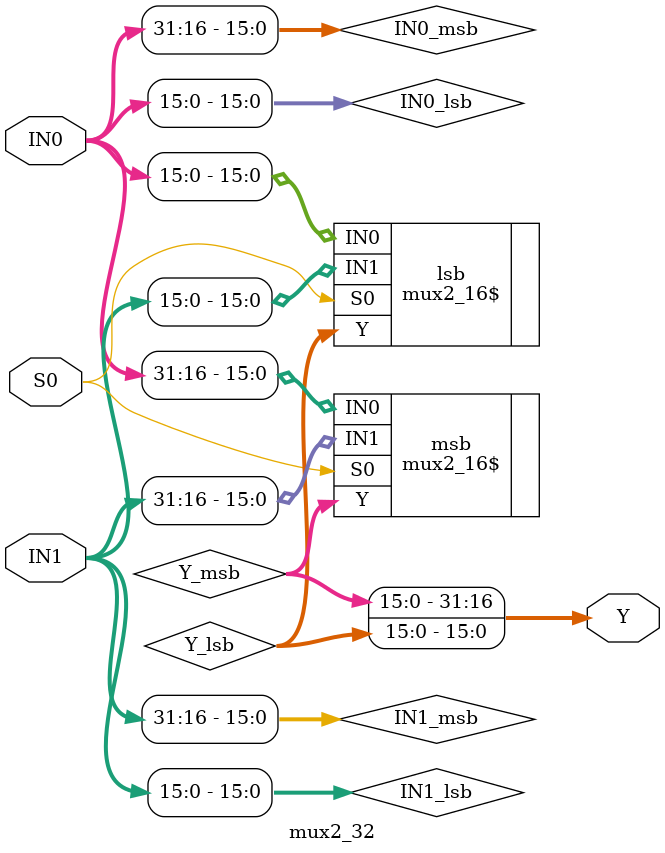
<source format=v>
`timescale 1ns / 1ps
module mux2_32(
    input [31:0] IN0,
    input [31:0] IN1,
    input S0,
    output [31:0] Y
);

    wire [15:0] Y_lsb, Y_msb;
    wire [15:0] IN0_lsb, IN0_msb;
    wire [15:0] IN1_lsb, IN1_msb;
    assign IN0_lsb = IN0[15:0];
    assign IN0_msb = IN0[31:16];
    assign IN1_lsb = IN1[15:0];
    assign IN1_msb = IN1[31:16];
    mux2_16$ lsb(
        .Y(Y_lsb),
        .IN0(IN0_lsb),
        .IN1(IN1_lsb),
        .S0(S0)
    );

    mux2_16$ msb(
        .Y(Y_msb),
        .IN0(IN0_msb),
        .IN1(IN1_msb),
        .S0(S0)
    );

    assign Y = {Y_msb, Y_lsb};
endmodule
</source>
